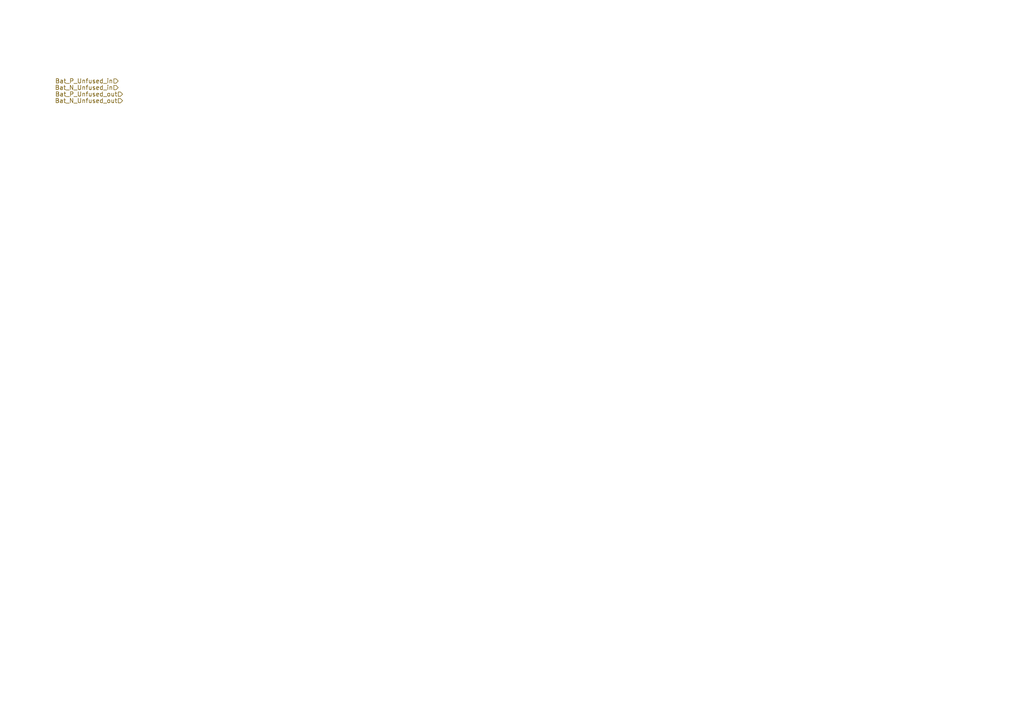
<source format=kicad_sch>
(kicad_sch (version 20211123) (generator eeschema)
  (paper "A4")
  (lib_symbols)
  (hierarchical_label "Bat_P_Unfused_in" (shape input) (at 34.29 23.495 180))
  (hierarchical_label "Bat_P_Unfused_out" (shape input) (at 35.56 27.305 180))
  (hierarchical_label "Bat_N_Unfused_out" (shape input) (at 35.56 29.21 180))
  (hierarchical_label "Bat_N_Unfused_in" (shape input) (at 34.29 25.4 180))
)
</source>
